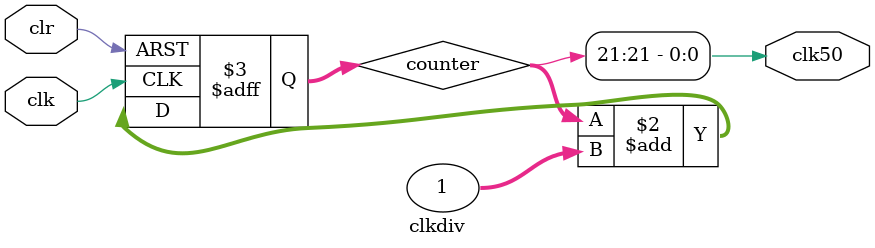
<source format=sv>
module clkdiv(
    input logic clk,    // 100MHzÊ±ÖÓ
    input logic clr,    // ÇåÁãÐÅºÅ
    output logic clk50  // 50HzÊ±ÖÓ
);
    logic [31:0] counter;
    
    // Ê±ÖÓ·ÖÆµÂß¼­
    always_ff @(posedge clk or posedge clr) begin
        if (clr)
            counter <= 0;
        else
            counter <= counter + 1;
    end
    
    // Ñ¡Ôñ½ÏÎª½Ó½ü50HzµÄ·ÖÆµÎ»
    assign clk50 = counter[21];  // Í¨¹ýµ÷ÕûÎ»Êý½µÆµµ½´óÔ¼50Hz
endmodule

</source>
